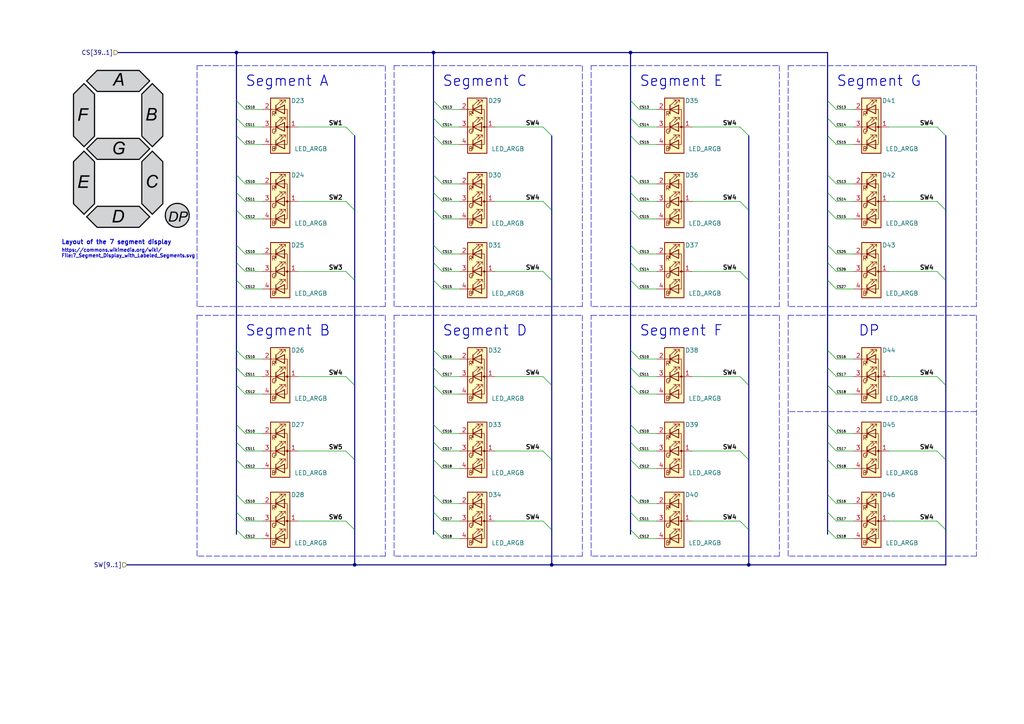
<source format=kicad_sch>
(kicad_sch (version 20211123) (generator eeschema)
  (paper "A4")
  (title_block (title "PMod RGB & Segment Display") (rev "v0.1") (company "James Horton") (comment 1 "interface, all LED's are designed to be indivdually addressable ") (comment 2 "This design is a 4 Digit Seven Segment Display made from RGB LED's, controlled using I2C") (comment 4 "Licensed Under CERN Open Hardware Licence Version 2 - Permissive"))
  (lib_symbols
    (symbol "Device:LED_ARGB" (pin_names (offset 0) hide)
      (property "Reference" "D" (at 0 9.398 0))
      (property "Value" "LED_ARGB" (at 0 -8.89 0))
      (symbol "LED_ARGB_0_0"
        (text "B" (at -1.905 -6.35 0) (effects (font (size 1.27 1.27))))
        (text "G" (at -1.905 -1.27 0) (effects (font (size 1.27 1.27))))
        (text "R" (at -1.905 3.81 0) (effects (font (size 1.27 1.27))))
      )
      (symbol "LED_ARGB_0_1"
        (polyline (pts (xy -1.27 -5.08) (xy -2.54 -5.08)))
        (polyline (pts (xy -1.27 -5.08) (xy 1.27 -5.08)))
        (polyline (pts (xy -1.27 -3.81) (xy -1.27 -6.35)) (stroke (width 0.254)))
        (polyline (pts (xy -1.27 0) (xy -2.54 0)))
        (polyline (pts (xy -1.27 1.27) (xy -1.27 -1.27)) (stroke (width 0.254)))
        (polyline (pts (xy -1.27 5.08) (xy -2.54 5.08)))
        (polyline (pts (xy -1.27 5.08) (xy 1.27 5.08)))
        (polyline (pts (xy -1.27 6.35) (xy -1.27 3.81)) (stroke (width 0.254)))
        (polyline (pts (xy 1.27 0) (xy -1.27 0)))
        (polyline (pts (xy 1.27 0) (xy 2.54 0)))
        (polyline (pts (xy -1.27 1.27) (xy -1.27 -1.27) (xy -1.27 -1.27)))
        (polyline (pts (xy -1.27 6.35) (xy -1.27 3.81) (xy -1.27 3.81)))
        (polyline (pts (xy 1.27 -5.08) (xy 2.032 -5.08) (xy 2.032 5.08) (xy 1.27 5.08)))
        (polyline (pts (xy 1.27 -3.81) (xy 1.27 -6.35) (xy -1.27 -5.08) (xy 1.27 -3.81)) (stroke (width 0.254)))
        (polyline (pts (xy 1.27 1.27) (xy 1.27 -1.27) (xy -1.27 0) (xy 1.27 1.27)) (stroke (width 0.254)))
        (polyline (pts (xy 1.27 6.35) (xy 1.27 3.81) (xy -1.27 5.08) (xy 1.27 6.35)) (stroke (width 0.254)))
        (polyline (pts (xy -1.016 -3.81) (xy 0.508 -2.286) (xy -0.254 -2.286) (xy 0.508 -2.286) (xy 0.508 -3.048)))
        (polyline (pts (xy -1.016 1.27) (xy 0.508 2.794) (xy -0.254 2.794) (xy 0.508 2.794) (xy 0.508 2.032)))
        (polyline (pts (xy -1.016 6.35) (xy 0.508 7.874) (xy -0.254 7.874) (xy 0.508 7.874) (xy 0.508 7.112)))
        (polyline (pts (xy 0 -3.81) (xy 1.524 -2.286) (xy 0.762 -2.286) (xy 1.524 -2.286) (xy 1.524 -3.048)))
        (polyline (pts (xy 0 1.27) (xy 1.524 2.794) (xy 0.762 2.794) (xy 1.524 2.794) (xy 1.524 2.032)))
        (polyline (pts (xy 0 6.35) (xy 1.524 7.874) (xy 0.762 7.874) (xy 1.524 7.874) (xy 1.524 7.112)))
        (rectangle (start 1.27 -1.27) (end 1.27 1.27))
        (rectangle (start 1.27 1.27) (end 1.27 1.27))
        (rectangle (start 1.27 3.81) (end 1.27 6.35))
        (rectangle (start 1.27 6.35) (end 1.27 6.35))
        (circle (center 2.032 0) (radius 0.254) (fill (type outline)))
        (rectangle (start 2.794 8.382) (end -2.794 -7.62) (stroke (width 0.254)) (fill (type background)))
      )
      (symbol "LED_ARGB_1_1"
        (pin passive line (at 5.08 0 180) (length 2.54) (name "A") (number "1"))
        (pin passive line (at -5.08 5.08 0) (length 2.54) (name "RK") (number "2"))
        (pin passive line (at -5.08 0 0) (length 2.54) (name "GK") (number "3"))
        (pin passive line (at -5.08 -5.08 0) (length 2.54) (name "BK") (number "4"))
      )
    )
  )
  (junction (at 182.88 15.24))
  (junction (at 102.87 163.83))
  (junction (at 125.73 15.24))
  (junction (at 160.02 163.83))
  (junction (at 68.58 15.24))
  (junction (at 217.17 163.83))
  (bus_entry (at 182.88 55.88) (size 2.54 2.54))
  (bus_entry (at 125.73 133.35) (size 2.54 2.54))
  (bus_entry (at 271.78 130.81) (size 2.54 2.54))
  (bus_entry (at 240.03 148.59) (size 2.54 2.54))
  (bus_entry (at 125.73 81.28) (size 2.54 2.54))
  (bus_entry (at 271.78 78.74) (size 2.54 2.54))
  (bus_entry (at 240.03 55.88) (size 2.54 2.54))
  (bus_entry (at 182.88 76.2) (size 2.54 2.54))
  (bus_entry (at 182.88 50.8) (size 2.54 2.54))
  (bus_entry (at 125.73 50.8) (size 2.54 2.54))
  (bus_entry (at 68.58 39.37) (size 2.54 2.54))
  (bus_entry (at 125.73 143.51) (size 2.54 2.54))
  (bus_entry (at 240.03 106.68) (size 2.54 2.54))
  (bus_entry (at 68.58 143.51) (size 2.54 2.54))
  (bus_entry (at 182.88 128.27) (size 2.54 2.54))
  (bus_entry (at 182.88 133.35) (size 2.54 2.54))
  (bus_entry (at 100.33 78.74) (size 2.54 2.54))
  (bus_entry (at 182.88 39.37) (size 2.54 2.54))
  (bus_entry (at 182.88 101.6) (size 2.54 2.54))
  (bus_entry (at 125.73 148.59) (size 2.54 2.54))
  (bus_entry (at 182.88 111.76) (size 2.54 2.54))
  (bus_entry (at 240.03 71.12) (size 2.54 2.54))
  (bus_entry (at 182.88 60.96) (size 2.54 2.54))
  (bus_entry (at 214.63 151.13) (size 2.54 2.54))
  (bus_entry (at 240.03 39.37) (size 2.54 2.54))
  (bus_entry (at 214.63 78.74) (size 2.54 2.54))
  (bus_entry (at 240.03 50.8) (size 2.54 2.54))
  (bus_entry (at 100.33 151.13) (size 2.54 2.54))
  (bus_entry (at 182.88 148.59) (size 2.54 2.54))
  (bus_entry (at 100.33 58.42) (size 2.54 2.54))
  (bus_entry (at 125.73 153.67) (size 2.54 2.54))
  (bus_entry (at 182.88 34.29) (size 2.54 2.54))
  (bus_entry (at 214.63 36.83) (size 2.54 2.54))
  (bus_entry (at 271.78 58.42) (size 2.54 2.54))
  (bus_entry (at 125.73 71.12) (size 2.54 2.54))
  (bus_entry (at 68.58 153.67) (size 2.54 2.54))
  (bus_entry (at 182.88 81.28) (size 2.54 2.54))
  (bus_entry (at 240.03 101.6) (size 2.54 2.54))
  (bus_entry (at 182.88 71.12) (size 2.54 2.54))
  (bus_entry (at 240.03 123.19) (size 2.54 2.54))
  (bus_entry (at 240.03 153.67) (size 2.54 2.54))
  (bus_entry (at 214.63 58.42) (size 2.54 2.54))
  (bus_entry (at 125.73 111.76) (size 2.54 2.54))
  (bus_entry (at 125.73 106.68) (size 2.54 2.54))
  (bus_entry (at 182.88 123.19) (size 2.54 2.54))
  (bus_entry (at 68.58 133.35) (size 2.54 2.54))
  (bus_entry (at 100.33 109.22) (size 2.54 2.54))
  (bus_entry (at 240.03 111.76) (size 2.54 2.54))
  (bus_entry (at 68.58 71.12) (size 2.54 2.54))
  (bus_entry (at 125.73 101.6) (size 2.54 2.54))
  (bus_entry (at 125.73 29.21) (size 2.54 2.54))
  (bus_entry (at 68.58 101.6) (size 2.54 2.54))
  (bus_entry (at 240.03 143.51) (size 2.54 2.54))
  (bus_entry (at 240.03 81.28) (size 2.54 2.54))
  (bus_entry (at 214.63 130.81) (size 2.54 2.54))
  (bus_entry (at 271.78 151.13) (size 2.54 2.54))
  (bus_entry (at 125.73 76.2) (size 2.54 2.54))
  (bus_entry (at 125.73 34.29) (size 2.54 2.54))
  (bus_entry (at 182.88 29.21) (size 2.54 2.54))
  (bus_entry (at 68.58 60.96) (size 2.54 2.54))
  (bus_entry (at 68.58 55.88) (size 2.54 2.54))
  (bus_entry (at 271.78 109.22) (size 2.54 2.54))
  (bus_entry (at 157.48 130.81) (size 2.54 2.54))
  (bus_entry (at 240.03 29.21) (size 2.54 2.54))
  (bus_entry (at 240.03 60.96) (size 2.54 2.54))
  (bus_entry (at 125.73 60.96) (size 2.54 2.54))
  (bus_entry (at 271.78 36.83) (size 2.54 2.54))
  (bus_entry (at 68.58 29.21) (size 2.54 2.54))
  (bus_entry (at 214.63 109.22) (size 2.54 2.54))
  (bus_entry (at 68.58 128.27) (size 2.54 2.54))
  (bus_entry (at 68.58 34.29) (size 2.54 2.54))
  (bus_entry (at 68.58 106.68) (size 2.54 2.54))
  (bus_entry (at 240.03 76.2) (size 2.54 2.54))
  (bus_entry (at 157.48 36.83) (size 2.54 2.54))
  (bus_entry (at 68.58 148.59) (size 2.54 2.54))
  (bus_entry (at 68.58 76.2) (size 2.54 2.54))
  (bus_entry (at 100.33 36.83) (size 2.54 2.54))
  (bus_entry (at 157.48 58.42) (size 2.54 2.54))
  (bus_entry (at 240.03 34.29) (size 2.54 2.54))
  (bus_entry (at 100.33 130.81) (size 2.54 2.54))
  (bus_entry (at 240.03 128.27) (size 2.54 2.54))
  (bus_entry (at 125.73 55.88) (size 2.54 2.54))
  (bus_entry (at 68.58 50.8) (size 2.54 2.54))
  (bus_entry (at 125.73 39.37) (size 2.54 2.54))
  (bus_entry (at 125.73 123.19) (size 2.54 2.54))
  (bus_entry (at 182.88 143.51) (size 2.54 2.54))
  (bus_entry (at 157.48 151.13) (size 2.54 2.54))
  (bus_entry (at 157.48 78.74) (size 2.54 2.54))
  (bus_entry (at 240.03 133.35) (size 2.54 2.54))
  (bus_entry (at 125.73 128.27) (size 2.54 2.54))
  (bus_entry (at 68.58 111.76) (size 2.54 2.54))
  (bus_entry (at 68.58 123.19) (size 2.54 2.54))
  (bus_entry (at 182.88 106.68) (size 2.54 2.54))
  (bus_entry (at 157.48 109.22) (size 2.54 2.54))
  (bus_entry (at 68.58 81.28) (size 2.54 2.54))
  (bus_entry (at 182.88 153.67) (size 2.54 2.54))
  (wire (pts (xy 200.66 109.22) (xy 214.63 109.22)))
  (wire (pts (xy 86.36 109.22) (xy 100.33 109.22)))
  (wire (pts (xy 242.57 36.83) (xy 247.65 36.83)))
  (bus (pts (xy 125.73 143.51) (xy 125.73 148.59)))
  (wire (pts (xy 71.12 73.66) (xy 76.2 73.66)))
  (wire (pts (xy 71.12 36.83) (xy 76.2 36.83)))
  (bus (pts (xy 68.58 123.19) (xy 68.58 128.27)))
  (polyline (pts (xy 171.45 88.9) (xy 171.45 19.05)))
  (bus (pts (xy 160.02 111.76) (xy 160.02 133.35)))
  (wire (pts (xy 242.57 104.14) (xy 247.65 104.14)))
  (wire (pts (xy 185.42 104.14) (xy 190.5 104.14)))
  (wire (pts (xy 214.63 130.81) (xy 200.66 130.81)))
  (wire (pts (xy 128.27 156.21) (xy 133.35 156.21)))
  (bus (pts (xy 125.73 15.24) (xy 182.88 15.24)))
  (bus (pts (xy 240.03 128.27) (xy 240.03 133.35)))
  (bus (pts (xy 240.03 50.8) (xy 240.03 55.88)))
  (wire (pts (xy 242.57 73.66) (xy 247.65 73.66)))
  (wire (pts (xy 128.27 78.74) (xy 133.35 78.74)))
  (wire (pts (xy 185.42 156.21) (xy 190.5 156.21)))
  (bus (pts (xy 125.73 55.88) (xy 125.73 60.96)))
  (wire (pts (xy 242.57 41.91) (xy 247.65 41.91)))
  (wire (pts (xy 200.66 36.83) (xy 214.63 36.83)))
  (polyline (pts (xy 111.76 19.05) (xy 111.76 88.9)))
  (wire (pts (xy 257.81 78.74) (xy 271.78 78.74)))
  (polyline (pts (xy 283.21 119.38) (xy 228.6 119.38)))
  (bus (pts (xy 182.88 60.96) (xy 182.88 71.12)))
  (bus (pts (xy 125.73 71.12) (xy 125.73 76.2)))
  (bus (pts (xy 182.88 133.35) (xy 182.88 143.51)))
  (bus (pts (xy 68.58 15.24) (xy 125.73 15.24)))
  (wire (pts (xy 128.27 114.3) (xy 133.35 114.3)))
  (wire (pts (xy 71.12 78.74) (xy 76.2 78.74)))
  (wire (pts (xy 71.12 31.75) (xy 76.2 31.75)))
  (bus (pts (xy 182.88 148.59) (xy 182.88 153.67)))
  (bus (pts (xy 240.03 153.67) (xy 240.03 154.94)))
  (bus (pts (xy 182.88 29.21) (xy 182.88 34.29)))
  (wire (pts (xy 143.51 36.83) (xy 157.48 36.83)))
  (bus (pts (xy 68.58 76.2) (xy 68.58 81.28)))
  (wire (pts (xy 128.27 31.75) (xy 133.35 31.75)))
  (wire (pts (xy 71.12 156.21) (xy 76.2 156.21)))
  (wire (pts (xy 185.42 146.05) (xy 190.5 146.05)))
  (bus (pts (xy 68.58 153.67) (xy 68.58 154.94)))
  (bus (pts (xy 274.32 133.35) (xy 274.32 153.67)))
  (wire (pts (xy 185.42 53.34) (xy 190.5 53.34)))
  (polyline (pts (xy 171.45 161.29) (xy 171.45 91.44)))
  (wire (pts (xy 143.51 109.22) (xy 157.48 109.22)))
  (bus (pts (xy 68.58 111.76) (xy 68.58 123.19)))
  (wire (pts (xy 214.63 58.42) (xy 200.66 58.42)))
  (wire (pts (xy 257.81 151.13) (xy 271.78 151.13)))
  (wire (pts (xy 242.57 58.42) (xy 247.65 58.42)))
  (bus (pts (xy 217.17 153.67) (xy 217.17 163.83)))
  (wire (pts (xy 185.42 73.66) (xy 190.5 73.66)))
  (bus (pts (xy 182.88 143.51) (xy 182.88 148.59)))
  (bus (pts (xy 182.88 106.68) (xy 182.88 111.76)))
  (wire (pts (xy 128.27 104.14) (xy 133.35 104.14)))
  (bus (pts (xy 274.32 60.96) (xy 274.32 81.28)))
  (bus (pts (xy 182.88 50.8) (xy 182.88 55.88)))
  (bus (pts (xy 160.02 133.35) (xy 160.02 153.67)))
  (wire (pts (xy 128.27 151.13) (xy 133.35 151.13)))
  (wire (pts (xy 271.78 58.42) (xy 257.81 58.42)))
  (wire (pts (xy 242.57 31.75) (xy 247.65 31.75)))
  (bus (pts (xy 160.02 39.37) (xy 160.02 60.96)))
  (bus (pts (xy 240.03 55.88) (xy 240.03 60.96)))
  (wire (pts (xy 185.42 58.42) (xy 190.5 58.42)))
  (wire (pts (xy 185.42 36.83) (xy 190.5 36.83)))
  (bus (pts (xy 217.17 163.83) (xy 160.02 163.83)))
  (bus (pts (xy 217.17 111.76) (xy 217.17 133.35)))
  (wire (pts (xy 242.57 151.13) (xy 247.65 151.13)))
  (bus (pts (xy 68.58 29.21) (xy 68.58 34.29)))
  (wire (pts (xy 185.42 114.3) (xy 190.5 114.3)))
  (bus (pts (xy 68.58 39.37) (xy 68.58 50.8)))
  (bus (pts (xy 240.03 101.6) (xy 240.03 106.68)))
  (wire (pts (xy 128.27 41.91) (xy 133.35 41.91)))
  (wire (pts (xy 128.27 125.73) (xy 133.35 125.73)))
  (wire (pts (xy 257.81 109.22) (xy 271.78 109.22)))
  (wire (pts (xy 185.42 41.91) (xy 190.5 41.91)))
  (polyline (pts (xy 114.3 88.9) (xy 114.3 19.05)))
  (bus (pts (xy 240.03 123.19) (xy 240.03 128.27)))
  (wire (pts (xy 71.12 130.81) (xy 76.2 130.81)))
  (bus (pts (xy 68.58 81.28) (xy 68.58 101.6)))
  (polyline (pts (xy 171.45 19.05) (xy 226.06 19.05)))
  (wire (pts (xy 71.12 114.3) (xy 76.2 114.3)))
  (polyline (pts (xy 226.06 91.44) (xy 226.06 161.29)))
  (bus (pts (xy 36.83 163.83) (xy 102.87 163.83)))
  (wire (pts (xy 242.57 156.21) (xy 247.65 156.21)))
  (wire (pts (xy 185.42 109.22) (xy 190.5 109.22)))
  (bus (pts (xy 125.73 148.59) (xy 125.73 153.67)))
  (bus (pts (xy 125.73 34.29) (xy 125.73 39.37)))
  (bus (pts (xy 182.88 15.24) (xy 240.03 15.24)))
  (polyline (pts (xy 57.15 91.44) (xy 111.76 91.44)))
  (polyline (pts (xy 228.6 19.05) (xy 283.21 19.05)))
  (polyline (pts (xy 228.6 161.29) (xy 228.6 91.44)))
  (bus (pts (xy 68.58 133.35) (xy 68.58 143.51)))
  (bus (pts (xy 102.87 60.96) (xy 102.87 81.28)))
  (polyline (pts (xy 111.76 91.44) (xy 111.76 161.29)))
  (wire (pts (xy 157.48 58.42) (xy 143.51 58.42)))
  (bus (pts (xy 125.73 81.28) (xy 125.73 101.6)))
  (wire (pts (xy 157.48 130.81) (xy 143.51 130.81)))
  (bus (pts (xy 125.73 111.76) (xy 125.73 123.19)))
  (wire (pts (xy 71.12 58.42) (xy 76.2 58.42)))
  (polyline (pts (xy 228.6 91.44) (xy 283.21 91.44)))
  (bus (pts (xy 182.88 153.67) (xy 182.88 154.94)))
  (wire (pts (xy 143.51 78.74) (xy 157.48 78.74)))
  (bus (pts (xy 240.03 133.35) (xy 240.03 143.51)))
  (bus (pts (xy 160.02 81.28) (xy 160.02 111.76)))
  (wire (pts (xy 185.42 135.89) (xy 190.5 135.89)))
  (polyline (pts (xy 57.15 19.05) (xy 111.76 19.05)))
  (wire (pts (xy 86.36 151.13) (xy 100.33 151.13)))
  (wire (pts (xy 242.57 135.89) (xy 247.65 135.89)))
  (wire (pts (xy 242.57 63.5) (xy 247.65 63.5)))
  (bus (pts (xy 240.03 15.24) (xy 240.03 29.21)))
  (bus (pts (xy 125.73 15.24) (xy 125.73 29.21)))
  (polyline (pts (xy 283.21 19.05) (xy 283.21 88.9)))
  (wire (pts (xy 71.12 146.05) (xy 76.2 146.05)))
  (wire (pts (xy 200.66 151.13) (xy 214.63 151.13)))
  (polyline (pts (xy 57.15 88.9) (xy 57.15 19.05)))
  (bus (pts (xy 160.02 60.96) (xy 160.02 81.28)))
  (bus (pts (xy 102.87 153.67) (xy 102.87 163.83)))
  (polyline (pts (xy 228.6 88.9) (xy 228.6 19.05)))
  (wire (pts (xy 242.57 53.34) (xy 247.65 53.34)))
  (bus (pts (xy 125.73 29.21) (xy 125.73 34.29)))
  (wire (pts (xy 200.66 78.74) (xy 214.63 78.74)))
  (bus (pts (xy 125.73 133.35) (xy 125.73 143.51)))
  (bus (pts (xy 217.17 60.96) (xy 217.17 81.28)))
  (bus (pts (xy 102.87 133.35) (xy 102.87 153.67)))
  (bus (pts (xy 274.32 111.76) (xy 274.32 133.35)))
  (bus (pts (xy 182.88 76.2) (xy 182.88 81.28)))
  (wire (pts (xy 143.51 151.13) (xy 157.48 151.13)))
  (bus (pts (xy 125.73 101.6) (xy 125.73 106.68)))
  (bus (pts (xy 102.87 81.28) (xy 102.87 111.76)))
  (bus (pts (xy 125.73 153.67) (xy 125.73 154.94)))
  (bus (pts (xy 217.17 133.35) (xy 217.17 153.67)))
  (wire (pts (xy 185.42 63.5) (xy 190.5 63.5)))
  (bus (pts (xy 274.32 153.67) (xy 274.32 163.83)))
  (bus (pts (xy 68.58 148.59) (xy 68.58 153.67)))
  (bus (pts (xy 182.88 81.28) (xy 182.88 101.6)))
  (bus (pts (xy 125.73 50.8) (xy 125.73 55.88)))
  (bus (pts (xy 68.58 101.6) (xy 68.58 106.68)))
  (bus (pts (xy 125.73 123.19) (xy 125.73 128.27)))
  (bus (pts (xy 160.02 163.83) (xy 102.87 163.83)))
  (bus (pts (xy 68.58 106.68) (xy 68.58 111.76)))
  (bus (pts (xy 68.58 71.12) (xy 68.58 76.2)))
  (bus (pts (xy 274.32 39.37) (xy 274.32 60.96)))
  (wire (pts (xy 128.27 73.66) (xy 133.35 73.66)))
  (bus (pts (xy 240.03 111.76) (xy 240.03 123.19)))
  (bus (pts (xy 182.88 39.37) (xy 182.88 50.8)))
  (bus (pts (xy 182.88 123.19) (xy 182.88 128.27)))
  (polyline (pts (xy 283.21 91.44) (xy 283.21 161.29)))
  (polyline (pts (xy 168.91 91.44) (xy 168.91 161.29)))
  (bus (pts (xy 182.88 15.24) (xy 182.88 29.21)))
  (polyline (pts (xy 226.06 88.9) (xy 171.45 88.9)))
  (polyline (pts (xy 114.3 19.05) (xy 168.91 19.05)))
  (wire (pts (xy 242.57 146.05) (xy 247.65 146.05)))
  (wire (pts (xy 71.12 63.5) (xy 76.2 63.5)))
  (wire (pts (xy 71.12 135.89) (xy 76.2 135.89)))
  (wire (pts (xy 100.33 130.81) (xy 86.36 130.81)))
  (wire (pts (xy 242.57 130.81) (xy 247.65 130.81)))
  (polyline (pts (xy 114.3 161.29) (xy 114.3 91.44)))
  (bus (pts (xy 125.73 76.2) (xy 125.73 81.28)))
  (wire (pts (xy 128.27 58.42) (xy 133.35 58.42)))
  (polyline (pts (xy 111.76 161.29) (xy 57.15 161.29)))
  (bus (pts (xy 217.17 39.37) (xy 217.17 60.96)))
  (wire (pts (xy 257.81 36.83) (xy 271.78 36.83)))
  (wire (pts (xy 185.42 31.75) (xy 190.5 31.75)))
  (bus (pts (xy 68.58 143.51) (xy 68.58 148.59)))
  (bus (pts (xy 240.03 29.21) (xy 240.03 34.29)))
  (wire (pts (xy 86.36 36.83) (xy 100.33 36.83)))
  (wire (pts (xy 185.42 125.73) (xy 190.5 125.73)))
  (bus (pts (xy 102.87 111.76) (xy 102.87 133.35)))
  (bus (pts (xy 125.73 60.96) (xy 125.73 71.12)))
  (bus (pts (xy 240.03 39.37) (xy 240.03 50.8)))
  (bus (pts (xy 240.03 76.2) (xy 240.03 81.28)))
  (wire (pts (xy 128.27 135.89) (xy 133.35 135.89)))
  (wire (pts (xy 86.36 78.74) (xy 100.33 78.74)))
  (wire (pts (xy 185.42 83.82) (xy 190.5 83.82)))
  (polyline (pts (xy 168.91 19.05) (xy 168.91 88.9)))
  (wire (pts (xy 128.27 36.83) (xy 133.35 36.83)))
  (bus (pts (xy 182.88 71.12) (xy 182.88 76.2)))
  (bus (pts (xy 182.88 111.76) (xy 182.88 123.19)))
  (bus (pts (xy 240.03 148.59) (xy 240.03 153.67)))
  (wire (pts (xy 71.12 151.13) (xy 76.2 151.13)))
  (bus (pts (xy 182.88 128.27) (xy 182.88 133.35)))
  (bus (pts (xy 68.58 15.24) (xy 68.58 29.21)))
  (bus (pts (xy 68.58 55.88) (xy 68.58 60.96)))
  (bus (pts (xy 182.88 101.6) (xy 182.88 106.68)))
  (wire (pts (xy 242.57 114.3) (xy 247.65 114.3)))
  (wire (pts (xy 185.42 151.13) (xy 190.5 151.13)))
  (wire (pts (xy 71.12 125.73) (xy 76.2 125.73)))
  (wire (pts (xy 71.12 83.82) (xy 76.2 83.82)))
  (wire (pts (xy 242.57 78.74) (xy 247.65 78.74)))
  (bus (pts (xy 160.02 153.67) (xy 160.02 163.83)))
  (bus (pts (xy 34.29 15.24) (xy 68.58 15.24)))
  (polyline (pts (xy 283.21 88.9) (xy 228.6 88.9)))
  (bus (pts (xy 182.88 55.88) (xy 182.88 60.96)))
  (wire (pts (xy 128.27 130.81) (xy 133.35 130.81)))
  (bus (pts (xy 240.03 34.29) (xy 240.03 39.37)))
  (polyline (pts (xy 114.3 91.44) (xy 168.91 91.44)))
  (bus (pts (xy 125.73 128.27) (xy 125.73 133.35)))
  (wire (pts (xy 242.57 125.73) (xy 247.65 125.73)))
  (wire (pts (xy 271.78 130.81) (xy 257.81 130.81)))
  (wire (pts (xy 128.27 53.34) (xy 133.35 53.34)))
  (wire (pts (xy 128.27 63.5) (xy 133.35 63.5)))
  (bus (pts (xy 240.03 60.96) (xy 240.03 71.12)))
  (polyline (pts (xy 168.91 88.9) (xy 114.3 88.9)))
  (bus (pts (xy 240.03 81.28) (xy 240.03 101.6)))
  (polyline (pts (xy 111.76 88.9) (xy 57.15 88.9)))
  (bus (pts (xy 240.03 143.51) (xy 240.03 148.59)))
  (polyline (pts (xy 226.06 161.29) (xy 171.45 161.29)))
  (polyline (pts (xy 283.21 161.29) (xy 228.6 161.29)))
  (bus (pts (xy 102.87 39.37) (xy 102.87 60.96)))
  (bus (pts (xy 125.73 106.68) (xy 125.73 111.76)))
  (wire (pts (xy 242.57 109.22) (xy 247.65 109.22)))
  (wire (pts (xy 71.12 41.91) (xy 76.2 41.91)))
  (polyline (pts (xy 171.45 91.44) (xy 226.06 91.44)))
  (polyline (pts (xy 168.91 161.29) (xy 114.3 161.29)))
  (polyline (pts (xy 57.15 161.29) (xy 57.15 91.44)))
  (bus (pts (xy 125.73 39.37) (xy 125.73 50.8)))
  (wire (pts (xy 128.27 146.05) (xy 133.35 146.05)))
  (bus (pts (xy 68.58 50.8) (xy 68.58 55.88)))
  (bus (pts (xy 240.03 106.68) (xy 240.03 111.76)))
  (bus (pts (xy 274.32 163.83) (xy 217.17 163.83)))
  (wire (pts (xy 185.42 130.81) (xy 190.5 130.81)))
  (polyline (pts (xy 226.06 19.05) (xy 226.06 88.9)))
  (bus (pts (xy 217.17 81.28) (xy 217.17 111.76)))
  (wire (pts (xy 128.27 109.22) (xy 133.35 109.22)))
  (bus (pts (xy 274.32 81.28) (xy 274.32 111.76)))
  (bus (pts (xy 68.58 34.29) (xy 68.58 39.37)))
  (wire (pts (xy 242.57 83.82) (xy 247.65 83.82)))
  (wire (pts (xy 185.42 78.74) (xy 190.5 78.74)))
  (wire (pts (xy 71.12 53.34) (xy 76.2 53.34)))
  (bus (pts (xy 68.58 128.27) (xy 68.58 133.35)))
  (bus (pts (xy 240.03 71.12) (xy 240.03 76.2)))
  (wire (pts (xy 71.12 104.14) (xy 76.2 104.14)))
  (wire (pts (xy 128.27 83.82) (xy 133.35 83.82)))
  (wire (pts (xy 71.12 109.22) (xy 76.2 109.22)))
  (wire (pts (xy 100.33 58.42) (xy 86.36 58.42)))
  (bus (pts (xy 182.88 34.29) (xy 182.88 39.37)))
  (bus (pts (xy 68.58 60.96) (xy 68.58 71.12)))
  (image (at 38.1 43.18))
  (text "https://commons.wikimedia.org/wiki/\nFile:7_Segment_Display_with_Labeled_Segments.svg" (at 17.78 74.93 0) (effects (font (size 1 1) bold) (justify left bottom)))
  (text "Segment F" (at 185.42 97.79 0) (effects (font (size 3 3) (thickness 0.254) bold) (justify left bottom)))
  (text "Segment D" (at 128.27 97.79 0) (effects (font (size 3 3) (thickness 0.254) bold) (justify left bottom)))
  (text "Segment G" (at 242.57 25.4 0) (effects (font (size 3 3) (thickness 0.254) bold) (justify left bottom)))
  (text "Segment E" (at 185.42 25.4 0) (effects (font (size 3 3) (thickness 0.254) bold) (justify left bottom)))
  (text "Segment A" (at 71.12 25.4 0) (effects (font (size 3 3) (thickness 0.254) bold) (justify left bottom)))
  (text "DP\n" (at 248.92 97.79 0) (effects (font (size 3 3) (thickness 0.254) bold) (justify left bottom)))
  (text "Layout of the 7 segment display" (at 17.78 71.12 0) (effects (font (size 1.27 1.27) bold) (justify left bottom)))
  (text "Segment C" (at 128.27 25.4 0) (effects (font (size 3 3) (thickness 0.254) bold) (justify left bottom)))
  (text "Segment B" (at 71.12 97.79 0) (effects (font (size 3 3) (thickness 0.254) bold) (justify left bottom)))
  (label "SW4" (at 266.7 109.22 0) (effects (font bold)))
  (label "CS12" (at 71.12 83.82 0) (effects (font (size 0.7 0.7) bold)))
  (label "CS11" (at 71.12 151.13 0) (effects (font (size 0.7 0.7) bold)))
  (label "CS11" (at 71.12 130.81 0) (effects (font (size 0.7 0.7) bold)))
  (label "SW4" (at 152.4 151.13 0) (effects (font bold)))
  (label "CS13" (at 185.42 31.75 0) (effects (font (size 0.7 0.7) bold)))
  (label "CS14" (at 128.27 78.74 0) (effects (font (size 0.7 0.7) bold)))
  (label "SW5" (at 95.25 130.81 0) (effects (font bold)))
  (label "CS11" (at 71.12 78.74 0) (effects (font (size 0.7 0.7) bold)))
  (label "CS15" (at 185.42 83.82 0) (effects (font (size 0.7 0.7) bold)))
  (label "CS12" (at 185.42 114.3 0) (effects (font (size 0.7 0.7) bold)))
  (label "CS26" (at 242.57 78.74 0) (effects (font (size 0.7 0.7) bold)))
  (label "SW3" (at 95.25 78.74 0) (effects (font bold)))
  (label "CS27" (at 242.57 83.82 0) (effects (font (size 0.7 0.7) bold)))
  (label "SW4" (at 209.55 78.74 0) (effects (font bold)))
  (label "CS10" (at 71.12 53.34 0) (effects (font (size 0.7 0.7) bold)))
  (label "SW4" (at 209.55 58.42 0) (effects (font bold)))
  (label "CS16" (at 242.57 146.05 0) (effects (font (size 0.7 0.7) bold)))
  (label "CS10" (at 71.12 125.73 0) (effects (font (size 0.7 0.7) bold)))
  (label "CS11" (at 185.42 130.81 0) (effects (font (size 0.7 0.7) bold)))
  (label "CS13" (at 185.42 53.34 0) (effects (font (size 0.7 0.7) bold)))
  (label "CS15" (at 242.57 41.91 0) (effects (font (size 0.7 0.7) bold)))
  (label "CS15" (at 128.27 83.82 0) (effects (font (size 0.7 0.7) bold)))
  (label "CS14" (at 128.27 58.42 0) (effects (font (size 0.7 0.7) bold)))
  (label "CS17" (at 128.27 109.22 0) (effects (font (size 0.7 0.7) bold)))
  (label "CS15" (at 128.27 63.5 0) (effects (font (size 0.7 0.7) bold)))
  (label "SW4" (at 266.7 78.74 0) (effects (font bold)))
  (label "CS16" (at 128.27 146.05 0) (effects (font (size 0.7 0.7) bold)))
  (label "CS17" (at 128.27 130.81 0) (effects (font (size 0.7 0.7) bold)))
  (label "CS14" (at 242.57 58.42 0) (effects (font (size 0.7 0.7) bold)))
  (label "CS12" (at 71.12 41.91 0) (effects (font (size 0.7 0.7) bold)))
  (label "CS18" (at 128.27 156.21 0) (effects (font (size 0.7 0.7) bold)))
  (label "CS16" (at 242.57 104.14 0) (effects (font (size 0.7 0.7) bold)))
  (label "CS17" (at 242.57 130.81 0) (effects (font (size 0.7 0.7) bold)))
  (label "CS16" (at 128.27 104.14 0) (effects (font (size 0.7 0.7) bold)))
  (label "CS18" (at 242.57 156.21 0) (effects (font (size 0.7 0.7) bold)))
  (label "CS12" (at 71.12 156.21 0) (effects (font (size 0.7 0.7) bold)))
  (label "SW4" (at 95.25 109.22 0) (effects (font bold)))
  (label "CS11" (at 185.42 109.22 0) (effects (font (size 0.7 0.7) bold)))
  (label "CS10" (at 71.12 146.05 0) (effects (font (size 0.7 0.7) bold)))
  (label "CS10" (at 71.12 73.66 0) (effects (font (size 0.7 0.7) bold)))
  (label "CS13" (at 185.42 73.66 0) (effects (font (size 0.7 0.7) bold)))
  (label "CS13" (at 242.57 53.34 0) (effects (font (size 0.7 0.7) bold)))
  (label "CS10" (at 71.12 31.75 0) (effects (font (size 0.7 0.7) bold)))
  (label "CS13" (at 128.27 31.75 0) (effects (font (size 0.7 0.7) bold)))
  (label "SW4" (at 209.55 151.13 0) (effects (font bold)))
  (label "CS12" (at 71.12 135.89 0) (effects (font (size 0.7 0.7) bold)))
  (label "CS15" (at 128.27 41.91 0) (effects (font (size 0.7 0.7) bold)))
  (label "CS12" (at 71.12 114.3 0) (effects (font (size 0.7 0.7) bold)))
  (label "CS14" (at 185.42 36.83 0) (effects (font (size 0.7 0.7) bold)))
  (label "SW4" (at 152.4 58.42 0) (effects (font bold)))
  (label "CS18" (at 242.57 135.89 0) (effects (font (size 0.7 0.7) bold)))
  (label "SW6" (at 95.25 151.13 0) (effects (font bold)))
  (label "CS18" (at 242.57 114.3 0) (effects (font (size 0.7 0.7) bold)))
  (label "SW4" (at 152.4 130.81 0) (effects (font bold)))
  (label "CS17" (at 242.57 151.13 0) (effects (font (size 0.7 0.7) bold)))
  (label "CS18" (at 128.27 114.3 0) (effects (font (size 0.7 0.7) bold)))
  (label "CS17" (at 128.27 151.13 0) (effects (font (size 0.7 0.7) bold)))
  (label "CS14" (at 128.27 36.83 0) (effects (font (size 0.7 0.7) bold)))
  (label "CS11" (at 71.12 109.22 0) (effects (font (size 0.7 0.7) bold)))
  (label "CS11" (at 71.12 36.83 0) (effects (font (size 0.7 0.7) bold)))
  (label "SW4" (at 266.7 36.83 0) (effects (font bold)))
  (label "CS14" (at 185.42 78.74 0) (effects (font (size 0.7 0.7) bold)))
  (label "SW4" (at 209.55 109.22 0) (effects (font bold)))
  (label "SW4" (at 209.55 130.81 0) (effects (font bold)))
  (label "CS11" (at 71.12 58.42 0) (effects (font (size 0.7 0.7) bold)))
  (label "SW4" (at 152.4 78.74 0) (effects (font bold)))
  (label "CS10" (at 185.42 104.14 0) (effects (font (size 0.7 0.7) bold)))
  (label "CS15" (at 185.42 41.91 0) (effects (font (size 0.7 0.7) bold)))
  (label "CS11" (at 185.42 151.13 0) (effects (font (size 0.7 0.7) bold)))
  (label "SW4" (at 266.7 58.42 0) (effects (font bold)))
  (label "CS16" (at 128.27 125.73 0) (effects (font (size 0.7 0.7) bold)))
  (label "CS16" (at 242.57 125.73 0) (effects (font (size 0.7 0.7) bold)))
  (label "SW4" (at 209.55 36.83 0) (effects (font bold)))
  (label "CS17" (at 242.57 109.22 0) (effects (font (size 0.7 0.7) bold)))
  (label "CS14" (at 185.42 58.42 0) (effects (font (size 0.7 0.7) bold)))
  (label "CS25" (at 242.57 73.66 0) (effects (font (size 0.7 0.7) bold)))
  (label "CS18" (at 128.27 135.89 0) (effects (font (size 0.7 0.7) bold)))
  (label "CS13" (at 128.27 53.34 0) (effects (font (size 0.7 0.7) bold)))
  (label "CS10" (at 185.42 146.05 0) (effects (font (size 0.7 0.7) bold)))
  (label "SW4" (at 266.7 130.81 0) (effects (font bold)))
  (label "CS12" (at 185.42 135.89 0) (effects (font (size 0.7 0.7) bold)))
  (label "SW2" (at 95.25 58.42 0) (effects (font bold)))
  (label "CS12" (at 185.42 156.21 0) (effects (font (size 0.7 0.7) bold)))
  (label "CS14" (at 242.57 36.83 0) (effects (font (size 0.7 0.7) bold)))
  (label "SW4" (at 266.7 151.13 0) (effects (font bold)))
  (label "CS10" (at 185.42 125.73 0) (effects (font (size 0.7 0.7) bold)))
  (label "CS15" (at 185.42 63.5 0) (effects (font (size 0.7 0.7) bold)))
  (label "CS13" (at 128.27 73.66 0) (effects (font (size 0.7 0.7) bold)))
  (label "SW1" (at 95.25 36.83 0) (effects (font bold)))
  (label "CS15" (at 242.57 63.5 0) (effects (font (size 0.7 0.7) bold)))
  (label "CS12" (at 71.12 63.5 0) (effects (font (size 0.7 0.7) bold)))
  (label "CS10" (at 71.12 104.14 0) (effects (font (size 0.7 0.7) bold)))
  (label "CS13" (at 242.57 31.75 0) (effects (font (size 0.7 0.7) bold)))
  (label "SW4" (at 152.4 109.22 0) (effects (font bold)))
  (label "SW4" (at 152.4 36.83 0) (effects (font bold)))
  (hierarchical_label "SW[9..1]" (shape input) (at 36.83 163.83 180))
  (hierarchical_label "CS[39..1]" (shape input) (at 34.29 15.24 180))
  (symbol (lib_id "Device:LED_ARGB") (at 138.43 130.81 0) (unit 1)
    (property "Reference" "D33" (at 143.51 123.19 0))
    (property "Value" "LED_ARGB" (at 147.32 137.16 0))
    (property "Footprint" "jjh:SX-0402-RGB" (effects hide))
  )
  (symbol (lib_id "Device:LED_ARGB") (at 138.43 58.42 0) (unit 1)
    (property "Reference" "D30" (at 143.51 50.8 0))
    (property "Value" "LED_ARGB" (at 147.32 64.77 0))
    (property "Footprint" "jjh:SX-0402-RGB" (effects hide))
  )
  (symbol (lib_id "Device:LED_ARGB") (at 81.28 151.13 0) (unit 1)
    (property "Reference" "D28" (at 86.36 143.51 0))
    (property "Value" "LED_ARGB" (at 90.17 157.48 0))
    (property "Footprint" "jjh:SX-0402-RGB" (effects hide))
  )
  (symbol (lib_id "Device:LED_ARGB") (at 252.73 58.42 0) (unit 1)
    (property "Reference" "D42" (at 257.81 50.8 0))
    (property "Value" "LED_ARGB" (at 261.62 64.77 0))
    (property "Footprint" "jjh:SX-0402-RGB" (effects hide))
  )
  (symbol (lib_id "Device:LED_ARGB") (at 138.43 109.22 0) (unit 1)
    (property "Reference" "D32" (at 143.51 101.6 0))
    (property "Value" "LED_ARGB" (at 147.32 115.57 0))
    (property "Footprint" "jjh:SX-0402-RGB" (effects hide))
  )
  (symbol (lib_id "Device:LED_ARGB") (at 195.58 151.13 0) (unit 1)
    (property "Reference" "D40" (at 200.66 143.51 0))
    (property "Value" "LED_ARGB" (at 204.47 157.48 0))
    (property "Footprint" "jjh:SX-0402-RGB" (effects hide))
  )
  (symbol (lib_id "Device:LED_ARGB") (at 252.73 151.13 0) (unit 1)
    (property "Reference" "D46" (at 257.81 143.51 0))
    (property "Value" "LED_ARGB" (at 261.62 157.48 0))
    (property "Footprint" "jjh:SX-0402-RGB" (effects hide))
  )
  (symbol (lib_id "Device:LED_ARGB") (at 81.28 36.83 0) (unit 1)
    (property "Reference" "D23" (at 86.36 29.21 0))
    (property "Value" "LED_ARGB" (at 90.17 43.18 0))
    (property "Footprint" "jjh:SX-0402-RGB" (effects hide))
  )
  (symbol (lib_id "Device:LED_ARGB") (at 81.28 130.81 0) (unit 1)
    (property "Reference" "D27" (at 86.36 123.19 0))
    (property "Value" "LED_ARGB" (at 90.17 137.16 0))
    (property "Footprint" "jjh:SX-0402-RGB" (effects hide))
  )
  (symbol (lib_id "Device:LED_ARGB") (at 81.28 109.22 0) (unit 1)
    (property "Reference" "D26" (at 86.36 101.6 0))
    (property "Value" "LED_ARGB" (at 90.17 115.57 0))
    (property "Footprint" "jjh:SX-0402-RGB" (effects hide))
  )
  (symbol (lib_id "Device:LED_ARGB") (at 138.43 78.74 0) (unit 1)
    (property "Reference" "D31" (at 143.51 71.12 0))
    (property "Value" "LED_ARGB" (at 147.32 85.09 0))
    (property "Footprint" "jjh:SX-0402-RGB" (effects hide))
  )
  (symbol (lib_id "Device:LED_ARGB") (at 195.58 78.74 0) (unit 1)
    (property "Reference" "D37" (at 200.66 71.12 0))
    (property "Value" "LED_ARGB" (at 204.47 85.09 0))
    (property "Footprint" "jjh:SX-0402-RGB" (effects hide))
  )
  (symbol (lib_id "Device:LED_ARGB") (at 252.73 36.83 0) (unit 1)
    (property "Reference" "D41" (at 257.81 29.21 0))
    (property "Value" "LED_ARGB" (at 261.62 43.18 0))
    (property "Footprint" "jjh:SX-0402-RGB" (effects hide))
  )
  (symbol (lib_id "Device:LED_ARGB") (at 81.28 78.74 0) (unit 1)
    (property "Reference" "D25" (at 86.36 71.12 0))
    (property "Value" "LED_ARGB" (at 90.17 85.09 0))
    (property "Footprint" "jjh:SX-0402-RGB" (effects hide))
  )
  (symbol (lib_id "Device:LED_ARGB") (at 195.58 36.83 0) (unit 1)
    (property "Reference" "D35" (at 200.66 29.21 0))
    (property "Value" "LED_ARGB" (at 204.47 43.18 0))
    (property "Footprint" "jjh:SX-0402-RGB" (effects hide))
  )
  (symbol (lib_id "Device:LED_ARGB") (at 138.43 36.83 0) (unit 1)
    (property "Reference" "D29" (at 143.51 29.21 0))
    (property "Value" "LED_ARGB" (at 147.32 43.18 0))
    (property "Footprint" "jjh:SX-0402-RGB" (effects hide))
  )
  (symbol (lib_id "Device:LED_ARGB") (at 81.28 58.42 0) (unit 1)
    (property "Reference" "D24" (at 86.36 50.8 0))
    (property "Value" "LED_ARGB" (at 90.17 64.77 0))
    (property "Footprint" "jjh:SX-0402-RGB" (effects hide))
  )
  (symbol (lib_id "Device:LED_ARGB") (at 195.58 109.22 0) (unit 1)
    (property "Reference" "D38" (at 200.66 101.6 0))
    (property "Value" "LED_ARGB" (at 204.47 115.57 0))
    (property "Footprint" "jjh:SX-0402-RGB" (effects hide))
  )
  (symbol (lib_id "Device:LED_ARGB") (at 252.73 78.74 0) (unit 1)
    (property "Reference" "D43" (at 257.81 71.12 0))
    (property "Value" "LED_ARGB" (at 261.62 85.09 0))
    (property "Footprint" "jjh:SX-0402-RGB" (effects hide))
  )
  (symbol (lib_id "Device:LED_ARGB") (at 252.73 130.81 0) (unit 1)
    (property "Reference" "D45" (at 257.81 123.19 0))
    (property "Value" "LED_ARGB" (at 261.62 137.16 0))
    (property "Footprint" "jjh:SX-0402-RGB" (effects hide))
  )
  (symbol (lib_id "Device:LED_ARGB") (at 195.58 58.42 0) (unit 1)
    (property "Reference" "D36" (at 200.66 50.8 0))
    (property "Value" "LED_ARGB" (at 204.47 64.77 0))
    (property "Footprint" "jjh:SX-0402-RGB" (effects hide))
  )
  (symbol (lib_id "Device:LED_ARGB") (at 138.43 151.13 0) (unit 1)
    (property "Reference" "D34" (at 143.51 143.51 0))
    (property "Value" "LED_ARGB" (at 147.32 157.48 0))
    (property "Footprint" "jjh:SX-0402-RGB" (effects hide))
  )
  (symbol (lib_id "Device:LED_ARGB") (at 195.58 130.81 0) (unit 1)
    (property "Reference" "D39" (at 200.66 123.19 0))
    (property "Value" "LED_ARGB" (at 204.47 137.16 0))
    (property "Footprint" "jjh:SX-0402-RGB" (effects hide))
  )
  (symbol (lib_id "Device:LED_ARGB") (at 252.73 109.22 0) (unit 1)
    (property "Reference" "D44" (at 257.81 101.6 0))
    (property "Value" "LED_ARGB" (at 261.62 115.57 0))
    (property "Footprint" "jjh:SX-0402-RGB" (effects hide))
  )
)
</source>
